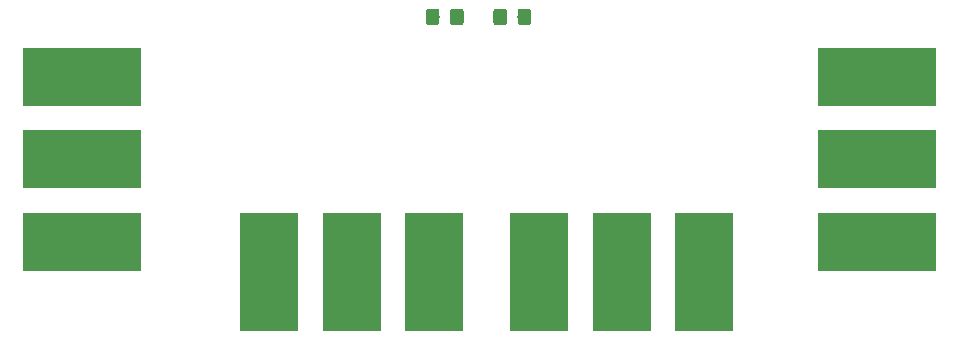
<source format=gbr>
G04 #@! TF.GenerationSoftware,KiCad,Pcbnew,(5.1.0-0)*
G04 #@! TF.CreationDate,2019-10-20T20:04:01+02:00*
G04 #@! TF.ProjectId,fllor2,666c6c6f-7232-42e6-9b69-6361645f7063,rev?*
G04 #@! TF.SameCoordinates,Original*
G04 #@! TF.FileFunction,Paste,Top*
G04 #@! TF.FilePolarity,Positive*
%FSLAX46Y46*%
G04 Gerber Fmt 4.6, Leading zero omitted, Abs format (unit mm)*
G04 Created by KiCad (PCBNEW (5.1.0-0)) date 2019-10-20 20:04:01*
%MOMM*%
%LPD*%
G04 APERTURE LIST*
%ADD10C,0.100000*%
%ADD11C,1.150000*%
%ADD12R,10.000000X5.000000*%
%ADD13R,5.000000X10.000000*%
G04 APERTURE END LIST*
D10*
G36*
X176734505Y3873796D02*
G01*
X176758773Y3870196D01*
X176782572Y3864235D01*
X176805671Y3855970D01*
X176827850Y3845480D01*
X176848893Y3832868D01*
X176868599Y3818253D01*
X176886777Y3801777D01*
X176903253Y3783599D01*
X176917868Y3763893D01*
X176930480Y3742850D01*
X176940970Y3720671D01*
X176949235Y3697572D01*
X176955196Y3673773D01*
X176958796Y3649505D01*
X176960000Y3625001D01*
X176960000Y2724999D01*
X176958796Y2700495D01*
X176955196Y2676227D01*
X176949235Y2652428D01*
X176940970Y2629329D01*
X176930480Y2607150D01*
X176917868Y2586107D01*
X176903253Y2566401D01*
X176886777Y2548223D01*
X176868599Y2531747D01*
X176848893Y2517132D01*
X176827850Y2504520D01*
X176805671Y2494030D01*
X176782572Y2485765D01*
X176758773Y2479804D01*
X176734505Y2476204D01*
X176710001Y2475000D01*
X176059999Y2475000D01*
X176035495Y2476204D01*
X176011227Y2479804D01*
X175987428Y2485765D01*
X175964329Y2494030D01*
X175942150Y2504520D01*
X175921107Y2517132D01*
X175901401Y2531747D01*
X175883223Y2548223D01*
X175866747Y2566401D01*
X175852132Y2586107D01*
X175839520Y2607150D01*
X175829030Y2629329D01*
X175820765Y2652428D01*
X175814804Y2676227D01*
X175811204Y2700495D01*
X175810000Y2724999D01*
X175810000Y3625001D01*
X175811204Y3649505D01*
X175814804Y3673773D01*
X175820765Y3697572D01*
X175829030Y3720671D01*
X175839520Y3742850D01*
X175852132Y3763893D01*
X175866747Y3783599D01*
X175883223Y3801777D01*
X175901401Y3818253D01*
X175921107Y3832868D01*
X175942150Y3845480D01*
X175964329Y3855970D01*
X175987428Y3864235D01*
X176011227Y3870196D01*
X176035495Y3873796D01*
X176059999Y3875000D01*
X176710001Y3875000D01*
X176734505Y3873796D01*
X176734505Y3873796D01*
G37*
D11*
X176385000Y3175000D03*
D10*
G36*
X178784505Y3873796D02*
G01*
X178808773Y3870196D01*
X178832572Y3864235D01*
X178855671Y3855970D01*
X178877850Y3845480D01*
X178898893Y3832868D01*
X178918599Y3818253D01*
X178936777Y3801777D01*
X178953253Y3783599D01*
X178967868Y3763893D01*
X178980480Y3742850D01*
X178990970Y3720671D01*
X178999235Y3697572D01*
X179005196Y3673773D01*
X179008796Y3649505D01*
X179010000Y3625001D01*
X179010000Y2724999D01*
X179008796Y2700495D01*
X179005196Y2676227D01*
X178999235Y2652428D01*
X178990970Y2629329D01*
X178980480Y2607150D01*
X178967868Y2586107D01*
X178953253Y2566401D01*
X178936777Y2548223D01*
X178918599Y2531747D01*
X178898893Y2517132D01*
X178877850Y2504520D01*
X178855671Y2494030D01*
X178832572Y2485765D01*
X178808773Y2479804D01*
X178784505Y2476204D01*
X178760001Y2475000D01*
X178109999Y2475000D01*
X178085495Y2476204D01*
X178061227Y2479804D01*
X178037428Y2485765D01*
X178014329Y2494030D01*
X177992150Y2504520D01*
X177971107Y2517132D01*
X177951401Y2531747D01*
X177933223Y2548223D01*
X177916747Y2566401D01*
X177902132Y2586107D01*
X177889520Y2607150D01*
X177879030Y2629329D01*
X177870765Y2652428D01*
X177864804Y2676227D01*
X177861204Y2700495D01*
X177860000Y2724999D01*
X177860000Y3625001D01*
X177861204Y3649505D01*
X177864804Y3673773D01*
X177870765Y3697572D01*
X177879030Y3720671D01*
X177889520Y3742850D01*
X177902132Y3763893D01*
X177916747Y3783599D01*
X177933223Y3801777D01*
X177951401Y3818253D01*
X177971107Y3832868D01*
X177992150Y3845480D01*
X178014329Y3855970D01*
X178037428Y3864235D01*
X178061227Y3870196D01*
X178085495Y3873796D01*
X178109999Y3875000D01*
X178760001Y3875000D01*
X178784505Y3873796D01*
X178784505Y3873796D01*
G37*
D11*
X178435000Y3175000D03*
D10*
G36*
X173069505Y3873796D02*
G01*
X173093773Y3870196D01*
X173117572Y3864235D01*
X173140671Y3855970D01*
X173162850Y3845480D01*
X173183893Y3832868D01*
X173203599Y3818253D01*
X173221777Y3801777D01*
X173238253Y3783599D01*
X173252868Y3763893D01*
X173265480Y3742850D01*
X173275970Y3720671D01*
X173284235Y3697572D01*
X173290196Y3673773D01*
X173293796Y3649505D01*
X173295000Y3625001D01*
X173295000Y2724999D01*
X173293796Y2700495D01*
X173290196Y2676227D01*
X173284235Y2652428D01*
X173275970Y2629329D01*
X173265480Y2607150D01*
X173252868Y2586107D01*
X173238253Y2566401D01*
X173221777Y2548223D01*
X173203599Y2531747D01*
X173183893Y2517132D01*
X173162850Y2504520D01*
X173140671Y2494030D01*
X173117572Y2485765D01*
X173093773Y2479804D01*
X173069505Y2476204D01*
X173045001Y2475000D01*
X172394999Y2475000D01*
X172370495Y2476204D01*
X172346227Y2479804D01*
X172322428Y2485765D01*
X172299329Y2494030D01*
X172277150Y2504520D01*
X172256107Y2517132D01*
X172236401Y2531747D01*
X172218223Y2548223D01*
X172201747Y2566401D01*
X172187132Y2586107D01*
X172174520Y2607150D01*
X172164030Y2629329D01*
X172155765Y2652428D01*
X172149804Y2676227D01*
X172146204Y2700495D01*
X172145000Y2724999D01*
X172145000Y3625001D01*
X172146204Y3649505D01*
X172149804Y3673773D01*
X172155765Y3697572D01*
X172164030Y3720671D01*
X172174520Y3742850D01*
X172187132Y3763893D01*
X172201747Y3783599D01*
X172218223Y3801777D01*
X172236401Y3818253D01*
X172256107Y3832868D01*
X172277150Y3845480D01*
X172299329Y3855970D01*
X172322428Y3864235D01*
X172346227Y3870196D01*
X172370495Y3873796D01*
X172394999Y3875000D01*
X173045001Y3875000D01*
X173069505Y3873796D01*
X173069505Y3873796D01*
G37*
D11*
X172720000Y3175000D03*
D10*
G36*
X171019505Y3873796D02*
G01*
X171043773Y3870196D01*
X171067572Y3864235D01*
X171090671Y3855970D01*
X171112850Y3845480D01*
X171133893Y3832868D01*
X171153599Y3818253D01*
X171171777Y3801777D01*
X171188253Y3783599D01*
X171202868Y3763893D01*
X171215480Y3742850D01*
X171225970Y3720671D01*
X171234235Y3697572D01*
X171240196Y3673773D01*
X171243796Y3649505D01*
X171245000Y3625001D01*
X171245000Y2724999D01*
X171243796Y2700495D01*
X171240196Y2676227D01*
X171234235Y2652428D01*
X171225970Y2629329D01*
X171215480Y2607150D01*
X171202868Y2586107D01*
X171188253Y2566401D01*
X171171777Y2548223D01*
X171153599Y2531747D01*
X171133893Y2517132D01*
X171112850Y2504520D01*
X171090671Y2494030D01*
X171067572Y2485765D01*
X171043773Y2479804D01*
X171019505Y2476204D01*
X170995001Y2475000D01*
X170344999Y2475000D01*
X170320495Y2476204D01*
X170296227Y2479804D01*
X170272428Y2485765D01*
X170249329Y2494030D01*
X170227150Y2504520D01*
X170206107Y2517132D01*
X170186401Y2531747D01*
X170168223Y2548223D01*
X170151747Y2566401D01*
X170137132Y2586107D01*
X170124520Y2607150D01*
X170114030Y2629329D01*
X170105765Y2652428D01*
X170099804Y2676227D01*
X170096204Y2700495D01*
X170095000Y2724999D01*
X170095000Y3625001D01*
X170096204Y3649505D01*
X170099804Y3673773D01*
X170105765Y3697572D01*
X170114030Y3720671D01*
X170124520Y3742850D01*
X170137132Y3763893D01*
X170151747Y3783599D01*
X170168223Y3801777D01*
X170186401Y3818253D01*
X170206107Y3832868D01*
X170227150Y3845480D01*
X170249329Y3855970D01*
X170272428Y3864235D01*
X170296227Y3870196D01*
X170320495Y3873796D01*
X170344999Y3875000D01*
X170995001Y3875000D01*
X171019505Y3873796D01*
X171019505Y3873796D01*
G37*
D11*
X170670000Y3175000D03*
D12*
X140970000Y-1905000D03*
X208280000Y-1905000D03*
X140970000Y-8890000D03*
X208280000Y-8890000D03*
X140970000Y-15875000D03*
X208280000Y-15875000D03*
D13*
X156845000Y-18415000D03*
X163830000Y-18415000D03*
X170815000Y-18415000D03*
X193675000Y-18415000D03*
X186690000Y-18415000D03*
X179705000Y-18415000D03*
M02*

</source>
